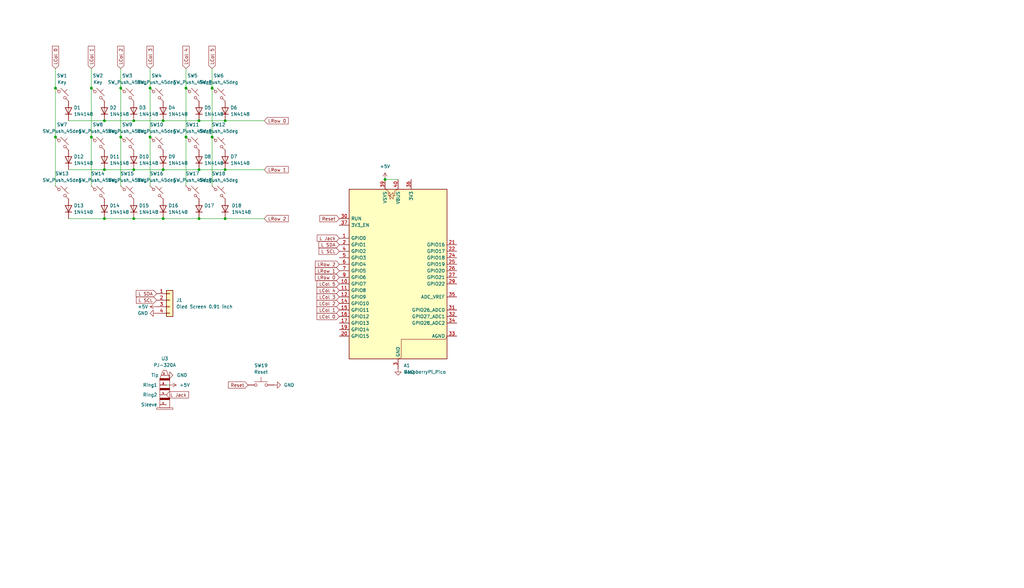
<source format=kicad_sch>
(kicad_sch (version 20250114) (generator "eeschema") (generator_version "9.0")
  (paper "User" 398.6 228.879)
  (lib_symbols
    (symbol "Connector_Generic:Conn_01x04" (pin_names (offset 1.016) (hide yes))
      (property "Reference" "J" (at 0 5.08 0))
      (property "Value" "Conn_01x04" (at 0 -7.62 0))
      (symbol "Conn_01x04_1_1"
        (rectangle (start -1.27 3.81) (end 1.27 -6.35) (stroke (width 0.254)) (fill (type background)))
        (rectangle (start -1.27 2.667) (end 0 2.413) (stroke (width 0.1524)))
        (rectangle (start -1.27 0.127) (end 0 -0.127) (stroke (width 0.1524)))
        (rectangle (start -1.27 -2.413) (end 0 -2.667) (stroke (width 0.1524)))
        (rectangle (start -1.27 -4.953) (end 0 -5.207) (stroke (width 0.1524)))
        (pin passive line (at -5.08 2.54 0) (length 3.81) (name "Pin_1") (number "1"))
        (pin passive line (at -5.08 0 0) (length 3.81) (name "Pin_2") (number "2"))
        (pin passive line (at -5.08 -2.54 0) (length 3.81) (name "Pin_3") (number "3"))
        (pin passive line (at -5.08 -5.08 0) (length 3.81) (name "Pin_4") (number "4"))
      )
    )
    (symbol "Diode:1N4148" (pin_numbers (hide yes)) (pin_names (hide yes))
      (property "Reference" "D" (at 0 2.54 0))
      (property "Value" "1N4148" (at 0 -2.54 0))
      (symbol "1N4148_0_1"
        (polyline (pts (xy -1.27 1.27) (xy -1.27 -1.27)) (stroke (width 0.254)))
        (polyline (pts (xy 1.27 1.27) (xy 1.27 -1.27) (xy -1.27 0) (xy 1.27 1.27)) (stroke (width 0.254)))
        (polyline (pts (xy 1.27 0) (xy -1.27 0)))
      )
      (symbol "1N4148_1_1"
        (pin passive line (at -3.81 0 0) (length 2.54) (name "K") (number "1"))
        (pin passive line (at 3.81 0 180) (length 2.54) (name "A") (number "2"))
      )
    )
    (symbol "Jack receptacle:PJ-320A" (pin_names (offset 1.016))
      (property "Reference" "U" (at 0 -1.905 0))
      (property "Value" "PJ-320A" (at 0 0 0))
      (symbol "PJ-320A_0_1"
        (rectangle (start -3.175 1.27) (end 3.175 1.905))
        (polyline (pts (xy -1.905 13.335) (xy -0.635 16.51) (xy 0.635 16.51) (xy 1.905 13.335) (xy -1.905 13.335)))
        (rectangle (start -1.905 12.7) (end 1.905 13.335) (fill (type outline)))
        (rectangle (start -1.905 9.525) (end 1.905 12.7))
        (rectangle (start -1.905 8.89) (end 1.905 9.525) (fill (type outline)))
        (rectangle (start -1.905 5.715) (end 1.905 8.89))
        (rectangle (start -1.905 5.08) (end 1.905 5.715) (fill (type outline)))
        (rectangle (start -1.905 1.905) (end 1.905 5.08))
      )
      (symbol "PJ-320A_1_1"
        (pin bidirectional line (at 0.635 14.605 180) (length 2.0066) (name "Tip") (number "2"))
        (pin bidirectional line (at 0.635 10.795 180) (length 2.54) (name "Ring1") (number "3"))
        (pin bidirectional line (at 0.635 6.985 180) (length 2.54) (name "Ring2") (number "4"))
        (pin bidirectional line (at 0.635 3.175 180) (length 2.54) (name "Sleeve") (number "1"))
      )
    )
    (symbol "MCU_Module:RaspberryPi_Pico" (pin_names (offset 0.762))
      (property "Reference" "A" (at -19.05 35.56 0))
      (property "Value" "RaspberryPi_Pico" (at 7.62 35.56 0))
      (symbol "RaspberryPi_Pico_0_1"
        (rectangle (start -19.05 34.29) (end 19.05 -31.75) (stroke (width 0.254)) (fill (type background)))
        (polyline (pts (xy -5.08 34.29) (xy -3.81 33.655) (xy -3.81 31.75) (xy -3.175 31.75)))
        (polyline (pts (xy -3.429 32.766) (xy -3.429 33.02) (xy -3.175 33.02) (xy -3.175 30.48) (xy -2.921 30.48) (xy -2.921 30.734)))
        (polyline (pts (xy -3.175 31.75) (xy -1.905 33.02) (xy -1.905 30.48) (xy -3.175 31.75)))
        (polyline (pts (xy 0 34.29) (xy -1.27 33.655) (xy -1.27 31.75) (xy -1.905 31.75)))
        (polyline (pts (xy 0 -31.75) (xy 1.27 -31.115) (xy 1.27 -24.13) (xy 18.415 -24.13) (xy 19.05 -22.86)))
      )
      (symbol "RaspberryPi_Pico_1_1"
        (pin passive line (at -22.86 22.86 0) (length 3.81) (name "RUN") (number "30"))
        (pin passive line (at -22.86 20.32 0) (length 3.81) (name "3V3_EN") (number "37"))
        (pin bidirectional line (at -22.86 15.24 0) (length 3.81) (name "GPIO0") (number "1"))
        (pin bidirectional line (at -22.86 12.7 0) (length 3.81) (name "GPIO1") (number "2"))
        (pin bidirectional line (at -22.86 10.16 0) (length 3.81) (name "GPIO2") (number "4"))
        (pin bidirectional line (at -22.86 7.62 0) (length 3.81) (name "GPIO3") (number "5"))
        (pin bidirectional line (at -22.86 5.08 0) (length 3.81) (name "GPIO4") (number "6"))
        (pin bidirectional line (at -22.86 2.54 0) (length 3.81) (name "GPIO5") (number "7"))
        (pin bidirectional line (at -22.86 0 0) (length 3.81) (name "GPIO6") (number "9"))
        (pin bidirectional line (at -22.86 -2.54 0) (length 3.81) (name "GPIO7") (number "10"))
        (pin bidirectional line (at -22.86 -5.08 0) (length 3.81) (name "GPIO8") (number "11"))
        (pin bidirectional line (at -22.86 -7.62 0) (length 3.81) (name "GPIO9") (number "12"))
        (pin bidirectional line (at -22.86 -10.16 0) (length 3.81) (name "GPIO10") (number "14"))
        (pin bidirectional line (at -22.86 -12.7 0) (length 3.81) (name "GPIO11") (number "15"))
        (pin bidirectional line (at -22.86 -15.24 0) (length 3.81) (name "GPIO12") (number "16"))
        (pin bidirectional line (at -22.86 -17.78 0) (length 3.81) (name "GPIO13") (number "17"))
        (pin bidirectional line (at -22.86 -20.32 0) (length 3.81) (name "GPIO14") (number "19"))
        (pin bidirectional line (at -22.86 -22.86 0) (length 3.81) (name "GPIO15") (number "20"))
        (pin power_in line (at -5.08 38.1 270) (length 3.81) (name "VSYS") (number "39"))
        (pin power_out line (at 0 38.1 270) (length 3.81) (name "VBUS") (number "40"))
        (pin passive line (at 0 -35.56 90) (length 3.81) (hide yes) (name "GND") (number "13"))
        (pin passive line (at 0 -35.56 90) (length 3.81) (hide yes) (name "GND") (number "18"))
        (pin passive line (at 0 -35.56 90) (length 3.81) (hide yes) (name "GND") (number "23"))
        (pin passive line (at 0 -35.56 90) (length 3.81) (hide yes) (name "GND") (number "28"))
        (pin power_out line (at 0 -35.56 90) (length 3.81) (name "GND") (number "3"))
        (pin passive line (at 0 -35.56 90) (length 3.81) (hide yes) (name "GND") (number "38"))
        (pin passive line (at 0 -35.56 90) (length 3.81) (hide yes) (name "GND") (number "8"))
        (pin power_out line (at 5.08 38.1 270) (length 3.81) (name "3V3") (number "36"))
        (pin bidirectional line (at 22.86 12.7 180) (length 3.81) (name "GPIO16") (number "21"))
        (pin bidirectional line (at 22.86 10.16 180) (length 3.81) (name "GPIO17") (number "22"))
        (pin bidirectional line (at 22.86 7.62 180) (length 3.81) (name "GPIO18") (number "24"))
        (pin bidirectional line (at 22.86 5.08 180) (length 3.81) (name "GPIO19") (number "25"))
        (pin bidirectional line (at 22.86 2.54 180) (length 3.81) (name "GPIO20") (number "26"))
        (pin bidirectional line (at 22.86 0 180) (length 3.81) (name "GPIO21") (number "27"))
        (pin bidirectional line (at 22.86 -2.54 180) (length 3.81) (name "GPIO22") (number "29"))
        (pin power_in line (at 22.86 -7.62 180) (length 3.81) (name "ADC_VREF") (number "35"))
        (pin bidirectional line (at 22.86 -12.7 180) (length 3.81) (name "GPIO26_ADC0") (number "31"))
        (pin bidirectional line (at 22.86 -15.24 180) (length 3.81) (name "GPIO27_ADC1") (number "32"))
        (pin bidirectional line (at 22.86 -17.78 180) (length 3.81) (name "GPIO28_ADC2") (number "34"))
        (pin power_out line (at 22.86 -22.86 180) (length 3.81) (name "AGND") (number "33"))
      )
    )
    (symbol "Switch:SW_Push" (pin_numbers (hide yes)) (pin_names (offset 1.016) (hide yes))
      (property "Reference" "SW" (at 1.27 2.54 0))
      (property "Value" "SW_Push" (at 0 -1.524 0))
      (symbol "SW_Push_0_1"
        (circle (center -2.032 0) (radius 0.508))
        (polyline (pts (xy 0 1.27) (xy 0 3.048)))
        (circle (center 2.032 0) (radius 0.508))
        (polyline (pts (xy 2.54 1.27) (xy -2.54 1.27)))
        (pin passive line (at -5.08 0 0) (length 2.54) (name "1") (number "1"))
        (pin passive line (at 5.08 0 180) (length 2.54) (name "2") (number "2"))
      )
    )
    (symbol "Switch:SW_Push_45deg" (pin_numbers (hide yes)) (pin_names (offset 1.016) (hide yes))
      (property "Reference" "SW" (at 3.048 1.016 0))
      (property "Value" "SW_Push_45deg" (at 0 -3.81 0))
      (symbol "SW_Push_45deg_0_1"
        (polyline (pts (xy -2.54 2.54) (xy -1.524 1.524) (xy -1.524 1.524)))
        (circle (center -1.1684 1.1684) (radius 0.508))
        (polyline (pts (xy -0.508 2.54) (xy 2.54 -0.508)))
        (polyline (pts (xy 1.016 1.016) (xy 2.032 2.032)))
        (circle (center 1.143 -1.1938) (radius 0.508))
        (polyline (pts (xy 1.524 -1.524) (xy 2.54 -2.54) (xy 2.54 -2.54) (xy 2.54 -2.54)))
        (pin passive line (at -2.54 2.54 0) (length 0) (name "1") (number "1"))
        (pin passive line (at 2.54 -2.54 180) (length 0) (name "2") (number "2"))
      )
    )
    (symbol "power:+5V" (power) (pin_numbers (hide yes)) (pin_names (offset 0) (hide yes))
      (property "Value" "+5V" (at 0 3.556 0))
      (symbol "+5V_0_1"
        (polyline (pts (xy -0.762 1.27) (xy 0 2.54)))
        (polyline (pts (xy 0 2.54) (xy 0.762 1.27)))
        (polyline (pts (xy 0 0) (xy 0 2.54)))
      )
      (symbol "+5V_1_1"
        (pin power_in line (at 0 0 90) (length 0) (name "~") (number "1"))
      )
    )
    (symbol "power:GND" (power) (pin_numbers (hide yes)) (pin_names (offset 0) (hide yes))
      (property "Value" "GND" (at 0 -3.81 0))
      (symbol "GND_0_1"
        (polyline (pts (xy 0 0) (xy 0 -1.27) (xy 1.27 -1.27) (xy 0 -2.54) (xy -1.27 -1.27) (xy 0 -1.27)))
      )
      (symbol "GND_1_1"
        (pin power_in line (at 0 0 270) (length 0) (name "~") (number "1"))
      )
    )
  )
  (junction (at 58.42 34.29))
  (junction (at 72.39 53.34))
  (junction (at 52.07 46.99))
  (junction (at 63.5 46.99))
  (junction (at 87.63 85.09))
  (junction (at 77.47 66.04))
  (junction (at 46.99 53.34))
  (junction (at 149.86 69.85))
  (junction (at 58.42 53.34))
  (junction (at 40.64 46.99))
  (junction (at 46.99 34.29))
  (junction (at 77.47 85.09))
  (junction (at 72.39 34.29))
  (junction (at 82.55 53.34))
  (junction (at 63.5 66.04))
  (junction (at 21.59 34.29))
  (junction (at 63.5 85.09))
  (junction (at 40.64 85.09))
  (junction (at 35.56 34.29))
  (junction (at 21.59 53.34))
  (junction (at 52.07 85.09))
  (junction (at 40.64 66.04))
  (junction (at 52.07 66.04))
  (junction (at 82.55 34.29))
  (junction (at 77.47 46.99))
  (junction (at 35.56 53.34))
  (junction (at 87.63 46.99))
  (junction (at 87.63 66.04))
  (wire (pts (xy 46.99 34.29) (xy 46.99 53.34)))
  (wire (pts (xy 82.55 72.39) (xy 82.55 53.34)))
  (wire (pts (xy 77.47 85.09) (xy 63.5 85.09)))
  (wire (pts (xy 87.63 46.99) (xy 77.47 46.99)))
  (wire (pts (xy 40.64 66.04) (xy 52.07 66.04)))
  (wire (pts (xy 63.5 85.09) (xy 52.07 85.09)))
  (wire (pts (xy 87.63 85.09) (xy 102.87 85.09)))
  (wire (pts (xy 87.63 66.04) (xy 102.87 66.04)))
  (wire (pts (xy 21.59 34.29) (xy 21.59 53.34)))
  (wire (pts (xy 58.42 26.67) (xy 58.42 34.29)))
  (wire (pts (xy 46.99 53.34) (xy 46.99 72.39)))
  (wire (pts (xy 72.39 26.67) (xy 72.39 34.29)))
  (wire (pts (xy 63.5 46.99) (xy 52.07 46.99)))
  (wire (pts (xy 52.07 85.09) (xy 40.64 85.09)))
  (wire (pts (xy 77.47 85.09) (xy 87.63 85.09)))
  (wire (pts (xy 35.56 53.34) (xy 35.56 72.39)))
  (wire (pts (xy 35.56 26.67) (xy 35.56 34.29)))
  (wire (pts (xy 87.63 46.99) (xy 102.87 46.99)))
  (wire (pts (xy 21.59 26.67) (xy 21.59 34.29)))
  (wire (pts (xy 72.39 34.29) (xy 72.39 53.34)))
  (wire (pts (xy 82.55 34.29) (xy 82.55 53.34)))
  (wire (pts (xy 52.07 66.04) (xy 63.5 66.04)))
  (wire (pts (xy 77.47 66.04) (xy 87.63 66.04)))
  (wire (pts (xy 63.5 66.04) (xy 77.47 66.04)))
  (wire (pts (xy 26.67 66.04) (xy 40.64 66.04)))
  (wire (pts (xy 72.39 53.34) (xy 72.39 72.39)))
  (wire (pts (xy 26.67 46.99) (xy 40.64 46.99)))
  (wire (pts (xy 52.07 46.99) (xy 40.64 46.99)))
  (wire (pts (xy 66.04 149.86) (xy 64.77 149.86)))
  (wire (pts (xy 58.42 53.34) (xy 58.42 72.39)))
  (wire (pts (xy 21.59 53.34) (xy 21.59 72.39)))
  (wire (pts (xy 46.99 26.67) (xy 46.99 34.29)))
  (wire (pts (xy 58.42 34.29) (xy 58.42 53.34)))
  (wire (pts (xy 77.47 46.99) (xy 63.5 46.99)))
  (wire (pts (xy 82.55 26.67) (xy 82.55 34.29)))
  (wire (pts (xy 149.86 69.85) (xy 154.94 69.85)))
  (wire (pts (xy 35.56 34.29) (xy 35.56 53.34)))
  (wire (pts (xy 40.64 85.09) (xy 26.67 85.09)))
  (global_label "LCol 4" (shape input) (at 132.08 113.03 180) (property "Intersheetrefs" "${INTERSHEET_REFS}" (effects (hide yes))))
  (global_label "LRow 1" (shape input) (at 102.87 66.04 0) (property "Intersheetrefs" "${INTERSHEET_REFS}" (effects (hide yes))))
  (global_label "L SDA" (shape input) (at 60.96 114.3 180) (property "Intersheetrefs" "${INTERSHEET_REFS}" (effects (hide yes))))
  (global_label "Reset" (shape input) (at 96.52 149.86 180) (property "Intersheetrefs" "${INTERSHEET_REFS}" (effects (hide yes))))
  (global_label "L Jack" (shape input) (at 132.08 92.71 180) (property "Intersheetrefs" "${INTERSHEET_REFS}" (effects (hide yes))))
  (global_label "LRow 2" (shape input) (at 132.08 102.87 180) (property "Intersheetrefs" "${INTERSHEET_REFS}" (effects (hide yes))))
  (global_label "LRow 0" (shape input) (at 132.08 107.95 180) (property "Intersheetrefs" "${INTERSHEET_REFS}" (effects (hide yes))))
  (global_label "LCol 4" (shape input) (at 72.39 26.67 90) (property "Intersheetrefs" "${INTERSHEET_REFS}" (effects (hide yes))))
  (global_label "L SDA" (shape input) (at 132.08 95.25 180) (property "Intersheetrefs" "${INTERSHEET_REFS}" (effects (hide yes))))
  (global_label "L SCL" (shape input) (at 132.08 97.79 180) (property "Intersheetrefs" "${INTERSHEET_REFS}" (effects (hide yes))))
  (global_label "LCol 5" (shape input) (at 132.08 110.49 180) (property "Intersheetrefs" "${INTERSHEET_REFS}" (effects (hide yes))))
  (global_label "LCol 1" (shape input) (at 35.56 26.67 90) (property "Intersheetrefs" "${INTERSHEET_REFS}" (effects (hide yes))))
  (global_label "Reset" (shape input) (at 132.08 85.09 180) (property "Intersheetrefs" "${INTERSHEET_REFS}" (effects (hide yes))))
  (global_label "LCol 3" (shape input) (at 132.08 115.57 180) (property "Intersheetrefs" "${INTERSHEET_REFS}" (effects (hide yes))))
  (global_label "LRow 0" (shape input) (at 102.87 46.99 0) (property "Intersheetrefs" "${INTERSHEET_REFS}" (effects (hide yes))))
  (global_label "LCol 3" (shape input) (at 58.42 26.67 90) (property "Intersheetrefs" "${INTERSHEET_REFS}" (effects (hide yes))))
  (global_label "LRow 1" (shape input) (at 132.08 105.41 180) (property "Intersheetrefs" "${INTERSHEET_REFS}" (effects (hide yes))))
  (global_label "LCol 5" (shape input) (at 82.55 26.67 90) (property "Intersheetrefs" "${INTERSHEET_REFS}" (effects (hide yes))))
  (global_label "L Jack" (shape input) (at 64.77 153.67 0) (property "Intersheetrefs" "${INTERSHEET_REFS}" (effects (hide yes))))
  (global_label "LCol 2" (shape input) (at 46.99 26.67 90) (property "Intersheetrefs" "${INTERSHEET_REFS}" (effects (hide yes))))
  (global_label "LRow 2" (shape input) (at 102.87 85.09 0) (property "Intersheetrefs" "${INTERSHEET_REFS}" (effects (hide yes))))
  (global_label "L SCL" (shape input) (at 60.96 116.84 180) (property "Intersheetrefs" "${INTERSHEET_REFS}" (effects (hide yes))))
  (global_label "LCol 0" (shape input) (at 21.59 26.67 90) (property "Intersheetrefs" "${INTERSHEET_REFS}" (effects (hide yes))))
  (global_label "LCol 0" (shape input) (at 132.08 123.19 180) (property "Intersheetrefs" "${INTERSHEET_REFS}" (effects (hide yes))))
  (global_label "LCol 1" (shape input) (at 132.08 120.65 180) (property "Intersheetrefs" "${INTERSHEET_REFS}" (effects (hide yes))))
  (global_label "LCol 2" (shape input) (at 132.08 118.11 180) (property "Intersheetrefs" "${INTERSHEET_REFS}" (effects (hide yes))))
  (symbol (lib_id "Switch:SW_Push_45deg") (at 85.09 36.83 0) (unit 1)
    (property "Reference" "SW6" (at 85.09 29.464 0))
    (property "Value" "SW_Push_45deg" (at 85.09 32.004 0))
    (property "Footprint" "Library:Cherry MX 1u" (effects (hide yes)))
    (property "Description" "Push button switch, normally open, two pins, 45° tilted" (effects (hide yes)))
  )
  (symbol (lib_id "MCU_Module:RaspberryPi_Pico") (at 154.94 107.95 0) (unit 1)
    (property "Reference" "A1" (at 157.0833 142.24 0) (effects (justify left)))
    (property "Value" "RaspberryPi_Pico" (at 157.0833 144.78 0) (effects (justify left)))
    (property "Footprint" "Library:RaspberryPi_Pico_Common_Unspecified" (effects (hide yes)))
    (property "Datasheet" "https://datasheets.raspberrypi.com/pico/pico-datasheet.pdf" (effects (hide yes)))
    (property "Description" "Versatile and inexpensive microcontroller module powered by RP2040 dual-core Arm Cortex-M0+ processor up to 133 MHz, 264kB SRAM, 2MB QSPI flash; also supports Raspberry Pi Pico 2" (effects (hide yes)))
  )
  (symbol (lib_id "power:+5V") (at 149.86 69.85 0) (unit 1)
    (property "Reference" "#PWR09" (effects (hide yes)))
    (property "Value" "+5V" (at 149.86 64.77 0))
    (property "Description" "Power symbol creates a global label with name \"+5V\"" (effects (hide yes)))
  )
  (symbol (lib_id "Switch:SW_Push_45deg") (at 85.09 74.93 0) (unit 1)
    (property "Reference" "SW18" (at 85.09 67.564 0))
    (property "Value" "SW_Push_45deg" (at 85.09 70.104 0))
    (property "Footprint" "Library:Cherry MX 1u" (effects (hide yes)))
    (property "Description" "Push button switch, normally open, two pins, 45° tilted" (effects (hide yes)))
  )
  (symbol (lib_id "Switch:SW_Push_45deg") (at 24.13 36.83 0) (unit 1)
    (property "Reference" "SW1" (at 24.13 29.464 0))
    (property "Value" "Key" (at 24.13 32.004 0))
    (property "Footprint" "Library:Cherry MX 1u" (effects (hide yes)))
    (property "Description" "Push button switch, normally open, two pins, 45° tilted" (effects (hide yes)))
  )
  (symbol (lib_id "Diode:1N4148") (at 40.64 81.28 90) (unit 1)
    (property "Reference" "D14" (at 42.672 80.0099 90) (effects (justify right)))
    (property "Value" "1N4148" (at 42.672 82.5499 90) (effects (justify right)))
    (property "Footprint" "Diode_THT:D_DO-35_SOD27_P7.62mm_Horizontal" (effects (hide yes)))
    (property "Datasheet" "https://assets.nexperia.com/documents/data-sheet/1N4148_1N4448.pdf" (effects (hide yes)))
    (property "Description" "100V 0.15A standard switching diode, DO-35" (effects (hide yes)))
    (property "Sim.Device" "D" (effects (hide yes)))
    (property "Sim.Pins" "1=K 2=A" (effects (hide yes)))
  )
  (symbol (lib_id "Diode:1N4148") (at 77.47 81.28 90) (unit 1)
    (property "Reference" "D17" (at 79.502 80.0099 90) (effects (justify right)))
    (property "Value" "1N4148" (effects (hide yes)))
    (property "Footprint" "Diode_THT:D_DO-35_SOD27_P7.62mm_Horizontal" (effects (hide yes)))
    (property "Datasheet" "https://assets.nexperia.com/documents/data-sheet/1N4148_1N4448.pdf" (effects (hide yes)))
    (property "Description" "100V 0.15A standard switching diode, DO-35" (effects (hide yes)))
    (property "Sim.Device" "D" (effects (hide yes)))
    (property "Sim.Pins" "1=K 2=A" (effects (hide yes)))
  )
  (symbol (lib_id "Switch:SW_Push_45deg") (at 49.53 55.88 0) (unit 1)
    (property "Reference" "SW9" (at 49.53 48.514 0))
    (property "Value" "SW_Push_45deg" (at 49.53 51.054 0))
    (property "Footprint" "Library:Cherry MX 1u" (effects (hide yes)))
    (property "Description" "Push button switch, normally open, two pins, 45° tilted" (effects (hide yes)))
  )
  (symbol (lib_id "Diode:1N4148") (at 52.07 62.23 90) (unit 1)
    (property "Reference" "D10" (at 54.102 60.9599 90) (effects (justify right)))
    (property "Value" "1N4148" (at 54.102 63.4999 90) (effects (justify right)))
    (property "Footprint" "Diode_THT:D_DO-35_SOD27_P7.62mm_Horizontal" (effects (hide yes)))
    (property "Datasheet" "https://assets.nexperia.com/documents/data-sheet/1N4148_1N4448.pdf" (effects (hide yes)))
    (property "Description" "100V 0.15A standard switching diode, DO-35" (effects (hide yes)))
    (property "Sim.Device" "D" (effects (hide yes)))
    (property "Sim.Pins" "1=K 2=A" (effects (hide yes)))
  )
  (symbol (lib_id "power:+5V") (at 60.96 119.38 90) (unit 1)
    (property "Reference" "#PWR02" (effects (hide yes)))
    (property "Value" "+5V" (at 57.658 119.3799 90) (effects (justify left)))
    (property "Description" "Power symbol creates a global label with name \"+5V\"" (effects (hide yes)))
  )
  (symbol (lib_id "Diode:1N4148") (at 63.5 62.23 90) (unit 1)
    (property "Reference" "D9" (at 65.532 60.9599 90) (effects (justify right)))
    (property "Value" "1N4148" (at 65.532 63.4999 90) (effects (justify right)))
    (property "Footprint" "Diode_THT:D_DO-35_SOD27_P7.62mm_Horizontal" (effects (hide yes)))
    (property "Datasheet" "https://assets.nexperia.com/documents/data-sheet/1N4148_1N4448.pdf" (effects (hide yes)))
    (property "Description" "100V 0.15A standard switching diode, DO-35" (effects (hide yes)))
    (property "Sim.Device" "D" (effects (hide yes)))
    (property "Sim.Pins" "1=K 2=A" (effects (hide yes)))
  )
  (symbol (lib_id "Diode:1N4148") (at 77.47 62.23 90) (unit 1)
    (property "Reference" "D8" (at 79.502 60.9599 90) (effects (justify right)))
    (property "Value" "1N4148" (at 79.502 63.4999 90) (effects (justify right)))
    (property "Footprint" "Diode_THT:D_DO-35_SOD27_P7.62mm_Horizontal" (effects (hide yes)))
    (property "Datasheet" "https://assets.nexperia.com/documents/data-sheet/1N4148_1N4448.pdf" (effects (hide yes)))
    (property "Description" "100V 0.15A standard switching diode, DO-35" (effects (hide yes)))
    (property "Sim.Device" "D" (effects (hide yes)))
    (property "Sim.Pins" "1=K 2=A" (effects (hide yes)))
  )
  (symbol (lib_id "Diode:1N4148") (at 52.07 43.18 90) (unit 1)
    (property "Reference" "D3" (at 54.102 41.9099 90) (effects (justify right)))
    (property "Value" "1N4148" (at 54.102 44.4499 90) (effects (justify right)))
    (property "Footprint" "Diode_THT:D_DO-35_SOD27_P7.62mm_Horizontal" (effects (hide yes)))
    (property "Datasheet" "https://assets.nexperia.com/documents/data-sheet/1N4148_1N4448.pdf" (effects (hide yes)))
    (property "Description" "100V 0.15A standard switching diode, DO-35" (effects (hide yes)))
    (property "Sim.Device" "D" (effects (hide yes)))
    (property "Sim.Pins" "1=K 2=A" (effects (hide yes)))
  )
  (symbol (lib_id "Switch:SW_Push_45deg") (at 38.1 74.93 0) (unit 1)
    (property "Reference" "SW14" (at 38.1 67.564 0))
    (property "Value" "SW_Push_45deg" (at 38.1 70.104 0))
    (property "Footprint" "Library:Cherry MX 1u" (effects (hide yes)))
    (property "Description" "Push button switch, normally open, two pins, 45° tilted" (effects (hide yes)))
  )
  (symbol (lib_id "Diode:1N4148") (at 26.67 81.28 90) (unit 1)
    (property "Reference" "D13" (at 28.702 80.0099 90) (effects (justify right)))
    (property "Value" "1N4148" (at 28.702 82.5499 90) (effects (justify right)))
    (property "Footprint" "Diode_THT:D_DO-35_SOD27_P7.62mm_Horizontal" (effects (hide yes)))
    (property "Datasheet" "https://assets.nexperia.com/documents/data-sheet/1N4148_1N4448.pdf" (effects (hide yes)))
    (property "Description" "100V 0.15A standard switching diode, DO-35" (effects (hide yes)))
    (property "Sim.Device" "D" (effects (hide yes)))
    (property "Sim.Pins" "1=K 2=A" (effects (hide yes)))
  )
  (symbol (lib_id "Switch:SW_Push_45deg") (at 74.93 55.88 0) (unit 1)
    (property "Reference" "SW11" (at 74.93 48.514 0))
    (property "Value" "SW_Push_45deg" (at 74.93 51.054 0))
    (property "Footprint" "Library:Cherry MX 1u" (effects (hide yes)))
    (property "Description" "Push button switch, normally open, two pins, 45° tilted" (effects (hide yes)))
  )
  (symbol (lib_id "Switch:SW_Push_45deg") (at 60.96 74.93 0) (unit 1)
    (property "Reference" "SW16" (at 60.96 67.564 0))
    (property "Value" "SW_Push_45deg" (at 60.96 70.104 0))
    (property "Footprint" "Library:Cherry MX 1u" (effects (hide yes)))
    (property "Description" "Push button switch, normally open, two pins, 45° tilted" (effects (hide yes)))
  )
  (symbol (lib_id "Switch:SW_Push_45deg") (at 60.96 36.83 0) (unit 1)
    (property "Reference" "SW4" (at 60.96 29.464 0))
    (property "Value" "SW_Push_45deg" (at 60.96 32.004 0))
    (property "Footprint" "Library:Cherry MX 1u" (effects (hide yes)))
    (property "Description" "Push button switch, normally open, two pins, 45° tilted" (effects (hide yes)))
  )
  (symbol (lib_id "Jack receptacle:PJ-320A") (at 64.135 160.655 0) (unit 1)
    (property "Reference" "U3" (at 64.135 139.573 0))
    (property "Value" "PJ-320A" (at 64.135 142.113 0))
    (property "Footprint" "RP_pico:PJ-320A" (effects (hide yes)))
  )
  (symbol (lib_id "Diode:1N4148") (at 87.63 62.23 90) (unit 1)
    (property "Reference" "D7" (at 89.662 60.9599 90) (effects (justify right)))
    (property "Value" "1N4148" (at 89.662 63.4999 90) (effects (justify right)))
    (property "Footprint" "Diode_THT:D_DO-35_SOD27_P7.62mm_Horizontal" (effects (hide yes)))
    (property "Datasheet" "https://assets.nexperia.com/documents/data-sheet/1N4148_1N4448.pdf" (effects (hide yes)))
    (property "Description" "100V 0.15A standard switching diode, DO-35" (effects (hide yes)))
    (property "Sim.Device" "D" (effects (hide yes)))
    (property "Sim.Pins" "1=K 2=A" (effects (hide yes)))
  )
  (symbol (lib_id "Diode:1N4148") (at 52.07 81.28 90) (unit 1)
    (property "Reference" "D15" (at 54.102 80.0099 90) (effects (justify right)))
    (property "Value" "1N4148" (at 54.102 82.5499 90) (effects (justify right)))
    (property "Footprint" "Diode_THT:D_DO-35_SOD27_P7.62mm_Horizontal" (effects (hide yes)))
    (property "Datasheet" "https://assets.nexperia.com/documents/data-sheet/1N4148_1N4448.pdf" (effects (hide yes)))
    (property "Description" "100V 0.15A standard switching diode, DO-35" (effects (hide yes)))
    (property "Sim.Device" "D" (effects (hide yes)))
    (property "Sim.Pins" "1=K 2=A" (effects (hide yes)))
  )
  (symbol (lib_id "power:GND") (at 154.94 143.51 0) (unit 1)
    (property "Reference" "#PWR01" (effects (hide yes)))
    (property "Value" "GND" (at 157.226 144.7799 0) (effects (justify left)))
    (property "Description" "Power symbol creates a global label with name \"GND\" , ground" (effects (hide yes)))
  )
  (symbol (lib_id "Switch:SW_Push_45deg") (at 24.13 74.93 0) (unit 1)
    (property "Reference" "SW13" (at 24.13 67.564 0))
    (property "Value" "SW_Push_45deg" (at 24.13 70.104 0))
    (property "Footprint" "Library:Cherry MX 1u" (effects (hide yes)))
    (property "Description" "Push button switch, normally open, two pins, 45° tilted" (effects (hide yes)))
  )
  (symbol (lib_id "Diode:1N4148") (at 26.67 43.18 90) (unit 1)
    (property "Reference" "D1" (at 28.702 41.9099 90) (effects (justify right)))
    (property "Value" "1N4148" (at 28.702 44.4499 90) (effects (justify right)))
    (property "Footprint" "Diode_THT:D_DO-35_SOD27_P7.62mm_Horizontal" (effects (hide yes)))
    (property "Datasheet" "https://assets.nexperia.com/documents/data-sheet/1N4148_1N4448.pdf" (effects (hide yes)))
    (property "Description" "100V 0.15A standard switching diode, DO-35" (effects (hide yes)))
    (property "Sim.Device" "D" (effects (hide yes)))
    (property "Sim.Pins" "1=K 2=A" (effects (hide yes)))
  )
  (symbol (lib_id "power:GND") (at 64.77 146.05 90) (unit 1)
    (property "Reference" "#PWR06" (effects (hide yes)))
    (property "Value" "GND" (at 68.834 146.0499 90) (effects (justify right)))
    (property "Description" "Power symbol creates a global label with name \"GND\" , ground" (effects (hide yes)))
  )
  (symbol (lib_id "Switch:SW_Push_45deg") (at 49.53 36.83 0) (unit 1)
    (property "Reference" "SW3" (at 49.53 29.464 0))
    (property "Value" "SW_Push_45deg" (at 49.53 32.004 0))
    (property "Footprint" "Library:Cherry MX 1u" (effects (hide yes)))
    (property "Description" "Push button switch, normally open, two pins, 45° tilted" (effects (hide yes)))
  )
  (symbol (lib_id "Connector_Generic:Conn_01x04") (at 66.04 116.84 0) (unit 1)
    (property "Reference" "J1" (at 68.58 116.8399 0) (effects (justify left)))
    (property "Value" "Oled Screen 0.91 inch" (at 68.58 119.3799 0) (effects (justify left)))
    (property "Footprint" "oled:SSD1306-0.91-OLED-4pin-128x32" (effects (hide yes)))
    (property "Description" "Generic connector, single row, 01x04, script generated (kicad-library-utils/schlib/autogen/connector/)" (effects (hide yes)))
  )
  (symbol (lib_id "power:GND") (at 60.96 121.92 270) (unit 1)
    (property "Reference" "#PWR03" (effects (hide yes)))
    (property "Value" "GND" (at 57.658 121.9199 90) (effects (justify right)))
    (property "Description" "Power symbol creates a global label with name \"GND\" , ground" (effects (hide yes)))
  )
  (symbol (lib_id "Switch:SW_Push_45deg") (at 85.09 55.88 0) (unit 1)
    (property "Reference" "SW12" (at 85.09 48.514 0))
    (property "Value" "SW_Push_45deg" (at 85.09 51.054 0))
    (property "Footprint" "Library:Cherry MX 1u" (effects (hide yes)))
    (property "Description" "Push button switch, normally open, two pins, 45° tilted" (effects (hide yes)))
  )
  (symbol (lib_id "Diode:1N4148") (at 40.64 62.23 90) (unit 1)
    (property "Reference" "D11" (at 42.672 60.9599 90) (effects (justify right)))
    (property "Value" "1N4148" (at 42.672 63.4999 90) (effects (justify right)))
    (property "Footprint" "Diode_THT:D_DO-35_SOD27_P7.62mm_Horizontal" (effects (hide yes)))
    (property "Datasheet" "https://assets.nexperia.com/documents/data-sheet/1N4148_1N4448.pdf" (effects (hide yes)))
    (property "Description" "100V 0.15A standard switching diode, DO-35" (effects (hide yes)))
    (property "Sim.Device" "D" (effects (hide yes)))
    (property "Sim.Pins" "1=K 2=A" (effects (hide yes)))
  )
  (symbol (lib_id "Diode:1N4148") (at 77.47 43.18 90) (unit 1)
    (property "Reference" "D5" (at 79.502 41.9099 90) (effects (justify right)))
    (property "Value" "1N4148" (at 79.502 44.4499 90) (effects (justify right)))
    (property "Footprint" "Diode_THT:D_DO-35_SOD27_P7.62mm_Horizontal" (effects (hide yes)))
    (property "Datasheet" "https://assets.nexperia.com/documents/data-sheet/1N4148_1N4448.pdf" (effects (hide yes)))
    (property "Description" "100V 0.15A standard switching diode, DO-35" (effects (hide yes)))
    (property "Sim.Device" "D" (effects (hide yes)))
    (property "Sim.Pins" "1=K 2=A" (effects (hide yes)))
  )
  (symbol (lib_id "Switch:SW_Push_45deg") (at 24.13 55.88 0) (unit 1)
    (property "Reference" "SW7" (at 24.13 48.514 0))
    (property "Value" "SW_Push_45deg" (at 24.13 51.054 0))
    (property "Footprint" "Library:Cherry MX 1u" (effects (hide yes)))
    (property "Description" "Push button switch, normally open, two pins, 45° tilted" (effects (hide yes)))
  )
  (symbol (lib_id "power:+5V") (at 66.04 149.86 270) (unit 1)
    (property "Reference" "#PWR07" (effects (hide yes)))
    (property "Value" "+5V" (at 69.85 149.8599 90) (effects (justify left)))
    (property "Description" "Power symbol creates a global label with name \"+5V\"" (effects (hide yes)))
  )
  (symbol (lib_id "Diode:1N4148") (at 26.67 62.23 90) (unit 1)
    (property "Reference" "D12" (at 28.702 60.9599 90) (effects (justify right)))
    (property "Value" "1N4148" (at 28.702 63.4999 90) (effects (justify right)))
    (property "Footprint" "Diode_THT:D_DO-35_SOD27_P7.62mm_Horizontal" (effects (hide yes)))
    (property "Datasheet" "https://assets.nexperia.com/documents/data-sheet/1N4148_1N4448.pdf" (effects (hide yes)))
    (property "Description" "100V 0.15A standard switching diode, DO-35" (effects (hide yes)))
    (property "Sim.Device" "D" (effects (hide yes)))
    (property "Sim.Pins" "1=K 2=A" (effects (hide yes)))
  )
  (symbol (lib_id "Switch:SW_Push_45deg") (at 49.53 74.93 0) (unit 1)
    (property "Reference" "SW15" (at 49.53 67.564 0))
    (property "Value" "SW_Push_45deg" (at 49.53 70.104 0))
    (property "Footprint" "Library:Cherry MX 1u" (effects (hide yes)))
    (property "Description" "Push button switch, normally open, two pins, 45° tilted" (effects (hide yes)))
  )
  (symbol (lib_id "Switch:SW_Push_45deg") (at 60.96 55.88 0) (unit 1)
    (property "Reference" "SW10" (at 60.96 48.514 0))
    (property "Value" "SW_Push_45deg" (at 60.96 51.054 0))
    (property "Footprint" "Library:Cherry MX 1u" (effects (hide yes)))
    (property "Description" "Push button switch, normally open, two pins, 45° tilted" (effects (hide yes)))
  )
  (symbol (lib_id "Diode:1N4148") (at 87.63 43.18 90) (unit 1)
    (property "Reference" "D6" (at 89.662 41.9099 90) (effects (justify right)))
    (property "Value" "1N4148" (at 89.662 44.4499 90) (effects (justify right)))
    (property "Footprint" "Diode_THT:D_DO-35_SOD27_P7.62mm_Horizontal" (effects (hide yes)))
    (property "Datasheet" "https://assets.nexperia.com/documents/data-sheet/1N4148_1N4448.pdf" (effects (hide yes)))
    (property "Description" "100V 0.15A standard switching diode, DO-35" (effects (hide yes)))
    (property "Sim.Device" "D" (effects (hide yes)))
    (property "Sim.Pins" "1=K 2=A" (effects (hide yes)))
  )
  (symbol (lib_id "power:GND") (at 106.68 149.86 90) (unit 1)
    (property "Reference" "#PWR04" (effects (hide yes)))
    (property "Value" "GND" (at 110.49 149.8599 90) (effects (justify right)))
    (property "Description" "Power symbol creates a global label with name \"GND\" , ground" (effects (hide yes)))
  )
  (symbol (lib_id "Diode:1N4148") (at 87.63 81.28 90) (unit 1)
    (property "Reference" "D18" (at 90.17 80.0099 90) (effects (justify right)))
    (property "Value" "1N4148" (at 90.17 82.5499 90) (effects (justify right)))
    (property "Footprint" "Diode_THT:D_DO-35_SOD27_P7.62mm_Horizontal" (effects (hide yes)))
    (property "Datasheet" "https://assets.nexperia.com/documents/data-sheet/1N4148_1N4448.pdf" (effects (hide yes)))
    (property "Description" "100V 0.15A standard switching diode, DO-35" (effects (hide yes)))
    (property "Sim.Device" "D" (effects (hide yes)))
    (property "Sim.Pins" "1=K 2=A" (effects (hide yes)))
  )
  (symbol (lib_id "Diode:1N4148") (at 63.5 43.18 90) (unit 1)
    (property "Reference" "D4" (at 65.532 41.9099 90) (effects (justify right)))
    (property "Value" "1N4148" (at 65.532 44.4499 90) (effects (justify right)))
    (property "Footprint" "Diode_THT:D_DO-35_SOD27_P7.62mm_Horizontal" (effects (hide yes)))
    (property "Datasheet" "https://assets.nexperia.com/documents/data-sheet/1N4148_1N4448.pdf" (effects (hide yes)))
    (property "Description" "100V 0.15A standard switching diode, DO-35" (effects (hide yes)))
    (property "Sim.Device" "D" (effects (hide yes)))
    (property "Sim.Pins" "1=K 2=A" (effects (hide yes)))
  )
  (symbol (lib_id "Switch:SW_Push_45deg") (at 38.1 55.88 0) (unit 1)
    (property "Reference" "SW8" (at 38.1 48.514 0))
    (property "Value" "SW_Push_45deg" (at 38.1 51.054 0))
    (property "Footprint" "Library:Cherry MX 1u" (effects (hide yes)))
    (property "Description" "Push button switch, normally open, two pins, 45° tilted" (effects (hide yes)))
  )
  (symbol (lib_id "Switch:SW_Push_45deg") (at 74.93 36.83 0) (unit 1)
    (property "Reference" "SW5" (at 74.93 29.464 0))
    (property "Value" "SW_Push_45deg" (at 74.93 32.004 0))
    (property "Footprint" "Library:Cherry MX 1u" (effects (hide yes)))
    (property "Description" "Push button switch, normally open, two pins, 45° tilted" (effects (hide yes)))
  )
  (symbol (lib_id "Switch:SW_Push") (at 101.6 149.86 0) (unit 1)
    (property "Reference" "SW19" (at 101.6 142.24 0))
    (property "Value" "Reset" (at 101.6 144.78 0))
    (property "Footprint" "Button_Switch_THT:SW_PUSH_6mm_H5mm" (effects (hide yes)))
    (property "Description" "Push button switch, generic, two pins" (effects (hide yes)))
  )
  (symbol (lib_id "Switch:SW_Push_45deg") (at 74.93 74.93 0) (unit 1)
    (property "Reference" "SW17" (at 74.93 67.564 0))
    (property "Value" "SW_Push_45deg" (at 74.93 70.104 0))
    (property "Footprint" "Library:Cherry MX 1u" (effects (hide yes)))
    (property "Description" "Push button switch, normally open, two pins, 45° tilted" (effects (hide yes)))
  )
  (symbol (lib_id "Switch:SW_Push_45deg") (at 38.1 36.83 0) (unit 1)
    (property "Reference" "SW2" (at 38.1 29.464 0))
    (property "Value" "Key" (at 38.1 32.004 0))
    (property "Footprint" "Library:Cherry MX 1u" (effects (hide yes)))
    (property "Description" "Push button switch, normally open, two pins, 45° tilted" (effects (hide yes)))
  )
  (symbol (lib_id "Diode:1N4148") (at 63.5 81.28 90) (unit 1)
    (property "Reference" "D16" (at 65.532 80.0099 90) (effects (justify right)))
    (property "Value" "1N4148" (at 65.532 82.5499 90) (effects (justify right)))
    (property "Footprint" "Diode_THT:D_DO-35_SOD27_P7.62mm_Horizontal" (effects (hide yes)))
    (property "Datasheet" "https://assets.nexperia.com/documents/data-sheet/1N4148_1N4448.pdf" (effects (hide yes)))
    (property "Description" "100V 0.15A standard switching diode, DO-35" (effects (hide yes)))
    (property "Sim.Device" "D" (effects (hide yes)))
    (property "Sim.Pins" "1=K 2=A" (effects (hide yes)))
  )
  (symbol (lib_id "Diode:1N4148") (at 40.64 43.18 90) (unit 1)
    (property "Reference" "D2" (at 42.672 41.9099 90) (effects (justify right)))
    (property "Value" "1N4148" (at 42.672 44.4499 90) (effects (justify right)))
    (property "Footprint" "Diode_THT:D_DO-35_SOD27_P7.62mm_Horizontal" (effects (hide yes)))
    (property "Datasheet" "https://assets.nexperia.com/documents/data-sheet/1N4148_1N4448.pdf" (effects (hide yes)))
    (property "Description" "100V 0.15A standard switching diode, DO-35" (effects (hide yes)))
    (property "Sim.Device" "D" (effects (hide yes)))
    (property "Sim.Pins" "1=K 2=A" (effects (hide yes)))
  )
)
</source>
